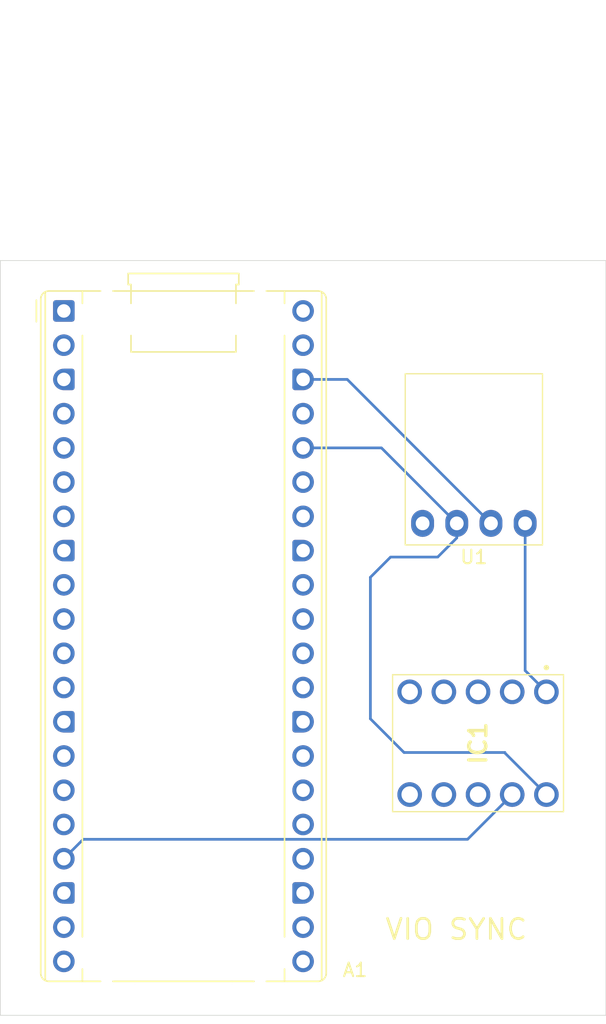
<source format=kicad_pcb>
(kicad_pcb (version 20241229) (generator "pcbnew") (generator_version "9.0")
  (layers (0 "F.Cu" signal) (2 "B.Cu" signal) (13 "F.Paste" user) (15 "B.Paste" user) (5 "F.SilkS" user "F.Silkscreen") (7 "B.SilkS" user "B.Silkscreen") (1 "F.Mask" user) (3 "B.Mask" user) (25 "Edge.Cuts" user))
  (net 0 "")
  (net 3 "Net-(U1-GND)")
  (net 12 "Net-(A1-3V3)")
  (net 28 "Net-(A1-GPIO13)")
  (net 42 "Net-(IC1-LV)")
  (footprint "Module:RaspberryPi_Pico_Common_THT" (layer "F.Cu") (at 50.72 50.24)
    (property "Reference" "A1" (at 20.6375 48.895 0) (layer "F.SilkS") (effects (justify left)))
    (property "Value" "RaspberryPi_Pico")
    (fp_line (start -2.04 0.8) (end -2.04 -0.8) (stroke (width 0.12)) (layer "F.SilkS"))
    (fp_line (start -1.72 -0.87) (end -1.72 49.13) (stroke (width 0.12)) (layer "F.SilkS"))
    (fp_line (start -1.38 -1.417) (end -1.38 49.677) (stroke (width 0.12)) (layer "F.SilkS"))
    (fp_line (start -1.11 -1.48) (end 1.38 -1.48) (stroke (width 0.12)) (layer "F.SilkS"))
    (fp_line (start -1.11 49.74) (end 2.727939 49.74) (stroke (width 0.12)) (layer "F.SilkS"))
    (fp_line (start 1.38 -1.48) (end 1.38 -0.56648) (stroke (width 0.12)) (layer "F.SilkS"))
    (fp_line (start 1.38 -1.48) (end 2.72794 -1.48) (stroke (width 0.12)) (layer "F.SilkS"))
    (fp_line (start 1.38 1.82648) (end 1.38 46.43352) (stroke (width 0.12)) (layer "F.SilkS"))
    (fp_line (start 1.38 48.82648) (end 1.38 49.74) (stroke (width 0.12)) (layer "F.SilkS"))
    (fp_line (start 3.652061 -1.48) (end 4.655 -1.48) (stroke (width 0.12)) (layer "F.SilkS"))
    (fp_line (start 4.655 -1.48) (end 13.125 -1.48) (stroke (width 0.12)) (layer "F.SilkS"))
    (fp_line (start 4.78 -2.78) (end 4.78 -1.96) (stroke (width 0.12)) (layer "F.SilkS"))
    (fp_line (start 4.78 -2.78) (end 13 -2.78) (stroke (width 0.12)) (layer "F.SilkS"))
    (fp_line (start 4.78 -1.96) (end 4.99 -1.96) (stroke (width 0.12)) (layer "F.SilkS"))
    (fp_line (start 4.99 -1.96) (end 4.99 -0.564) (stroke (width 0.12)) (layer "F.SilkS"))
    (fp_line (start 4.99 1.824) (end 4.99 3.04) (stroke (width 0.12)) (layer "F.SilkS"))
    (fp_line (start 5.29 49.74) (end 3.652061 49.74) (stroke (width 0.12)) (layer "F.SilkS"))
    (fp_line (start 12.49 49.74) (end 5.29 49.74) (stroke (width 0.12)) (layer "F.SilkS"))
    (fp_line (start 12.79 -1.96) (end 12.79 -0.564) (stroke (width 0.12)) (layer "F.SilkS"))
    (fp_line (start 12.79 1.824) (end 12.79 3.04) (stroke (width 0.12)) (layer "F.SilkS"))
    (fp_line (start 12.79 3.04) (end 4.99 3.04) (stroke (width 0.12)) (layer "F.SilkS"))
    (fp_line (start 13 -2.78) (end 13 -1.96) (stroke (width 0.12)) (layer "F.SilkS"))
    (fp_line (start 13 -1.96) (end 12.79 -1.96) (stroke (width 0.12)) (layer "F.SilkS"))
    (fp_line (start 13.125 -1.48) (end 14.127939 -1.48) (stroke (width 0.12)) (layer "F.SilkS"))
    (fp_line (start 14.127939 49.74) (end 12.49 49.74) (stroke (width 0.12)) (layer "F.SilkS"))
    (fp_line (start 15.052061 -1.48) (end 16.4 -1.48) (stroke (width 0.12)) (layer "F.SilkS"))
    (fp_line (start 15.052061 49.74) (end 18.89 49.74) (stroke (width 0.12)) (layer "F.SilkS"))
    (fp_line (start 16.4 -1.48) (end 16.4 -0.56648) (stroke (width 0.12)) (layer "F.SilkS"))
    (fp_line (start 16.4 1.82648) (end 16.4 46.43352) (stroke (width 0.12)) (layer "F.SilkS"))
    (fp_line (start 16.4 48.82648) (end 16.4 49.74) (stroke (width 0.12)) (layer "F.SilkS"))
    (fp_line (start 18.89 -1.48) (end 16.4 -1.48) (stroke (width 0.12)) (layer "F.SilkS"))
    (fp_line (start 19.16 49.677) (end 19.16 -1.417) (stroke (width 0.12)) (layer "F.SilkS"))
    (fp_line (start 19.5 -0.87) (end 19.5 49.13) (stroke (width 0.12)) (layer "F.SilkS"))
    (fp_arc (start -1.72 -0.87) (mid -1.541335 -1.301335) (end -1.11 -1.48) (stroke (width 0.12)) (layer "F.SilkS"))
    (fp_arc (start -1.11 49.74) (mid -1.541364 49.561364) (end -1.72 49.13) (stroke (width 0.12)) (layer "F.SilkS"))
    (fp_arc (start 18.89 -1.48) (mid 19.321335 -1.301335) (end 19.5 -0.87) (stroke (width 0.12)) (layer "F.SilkS"))
    (fp_arc (start 19.5 49.13) (mid 19.321335 49.561335) (end 18.89 49.74) (stroke (width 0.12)) (layer "F.SilkS"))
    (pad "1" thru_hole roundrect (at 0 0) (size 1.6 1.6) (drill 1) (layers "*.Cu" "*.Mask") (roundrect_rratio 0.125))
    (pad "2" thru_hole circle (at 0 2.54) (size 1.6 1.6) (drill 1) (layers "*.Cu" "*.Mask"))
    (pad "3" thru_hole custom (at 0 5.08) (size 1.6 1.6) (drill 1) (layers "*.Cu" "*.Mask") (net 3 "Net-(U1-GND)") (options (clearance outline) (anchor circle)) (primitives (gr_poly (pts (xy 0.8 0.6) (xy 0.8 -0.6) (xy 0.6 -0.8) (xy 0 -0.8) (xy 0 0.8) (xy 0.6 0.8)) (width 0) (fill yes)) (gr_circle (center 0.6 0.6) (end 0.8 0.6) (width 0) (fill yes)) (gr_circle (center 0.6 -0.6) (end 0.8 -0.6) (width 0) (fill yes))))
    (pad "4" thru_hole circle (at 0 7.62) (size 1.6 1.6) (drill 1) (layers "*.Cu" "*.Mask"))
    (pad "5" thru_hole circle (at 0 10.16) (size 1.6 1.6) (drill 1) (layers "*.Cu" "*.Mask"))
    (pad "6" thru_hole circle (at 0 12.7) (size 1.6 1.6) (drill 1) (layers "*.Cu" "*.Mask"))
    (pad "7" thru_hole circle (at 0 15.24) (size 1.6 1.6) (drill 1) (layers "*.Cu" "*.Mask"))
    (pad "8" thru_hole custom (at 0 17.78) (size 1.6 1.6) (drill 1) (layers "*.Cu" "*.Mask") (net 3 "Net-(U1-GND)") (options (clearance outline) (anchor circle)) (primitives (gr_poly (pts (xy 0.8 0.6) (xy 0.8 -0.6) (xy 0.6 -0.8) (xy 0 -0.8) (xy 0 0.8) (xy 0.6 0.8)) (width 0) (fill yes)) (gr_circle (center 0.6 0.6) (end 0.8 0.6) (width 0) (fill yes)) (gr_circle (center 0.6 -0.6) (end 0.8 -0.6) (width 0) (fill yes))))
    (pad "9" thru_hole circle (at 0 20.32) (size 1.6 1.6) (drill 1) (layers "*.Cu" "*.Mask"))
    (pad "10" thru_hole circle (at 0 22.86) (size 1.6 1.6) (drill 1) (layers "*.Cu" "*.Mask"))
    (pad "11" thru_hole circle (at 0 25.4) (size 1.6 1.6) (drill 1) (layers "*.Cu" "*.Mask"))
    (pad "12" thru_hole circle (at 0 27.94) (size 1.6 1.6) (drill 1) (layers "*.Cu" "*.Mask"))
    (pad "13" thru_hole custom (at 0 30.48) (size 1.6 1.6) (drill 1) (layers "*.Cu" "*.Mask") (net 3 "Net-(U1-GND)") (options (clearance outline) (anchor circle)) (primitives (gr_poly (pts (xy 0.8 0.6) (xy 0.8 -0.6) (xy 0.6 -0.8) (xy 0 -0.8) (xy 0 0.8) (xy 0.6 0.8)) (width 0) (fill yes)) (gr_circle (center 0.6 0.6) (end 0.8 0.6) (width 0) (fill yes)) (gr_circle (center 0.6 -0.6) (end 0.8 -0.6) (width 0) (fill yes))))
    (pad "14" thru_hole circle (at 0 33.02) (size 1.6 1.6) (drill 1) (layers "*.Cu" "*.Mask"))
    (pad "15" thru_hole circle (at 0 35.56) (size 1.6 1.6) (drill 1) (layers "*.Cu" "*.Mask"))
    (pad "16" thru_hole circle (at 0 38.1) (size 1.6 1.6) (drill 1) (layers "*.Cu" "*.Mask"))
    (pad "17" thru_hole circle (at 0 40.64) (size 1.6 1.6) (drill 1) (layers "*.Cu" "*.Mask") (net 28 "Net-(A1-GPIO13)"))
    (pad "18" thru_hole custom (at 0 43.18) (size 1.6 1.6) (drill 1) (layers "*.Cu" "*.Mask") (net 3 "Net-(U1-GND)") (options (clearance outline) (anchor circle)) (primitives (gr_poly (pts (xy 0.8 0.6) (xy 0.8 -0.6) (xy 0.6 -0.8) (xy 0 -0.8) (xy 0 0.8) (xy 0.6 0.8)) (width 0) (fill yes)) (gr_circle (center 0.6 0.6) (end 0.8 0.6) (width 0) (fill yes)) (gr_circle (center 0.6 -0.6) (end 0.8 -0.6) (width 0) (fill yes))))
    (pad "19" thru_hole circle (at 0 45.72) (size 1.6 1.6) (drill 1) (layers "*.Cu" "*.Mask"))
    (pad "20" thru_hole circle (at 0 48.26) (size 1.6 1.6) (drill 1) (layers "*.Cu" "*.Mask"))
    (pad "21" thru_hole circle (at 17.78 48.26) (size 1.6 1.6) (drill 1) (layers "*.Cu" "*.Mask"))
    (pad "22" thru_hole circle (at 17.78 45.72) (size 1.6 1.6) (drill 1) (layers "*.Cu" "*.Mask"))
    (pad "23" thru_hole custom (at 17.78 43.18) (size 1.6 1.6) (drill 1) (layers "*.Cu" "*.Mask") (net 3 "Net-(U1-GND)") (options (clearance outline) (anchor circle)) (primitives (gr_poly (pts (xy -0.8 0.6) (xy -0.8 -0.6) (xy -0.6 -0.8) (xy 0 -0.8) (xy 0 0.8) (xy -0.6 0.8)) (width 0) (fill yes)) (gr_circle (center -0.6 0.6) (end -0.4 0.6) (width 0) (fill yes)) (gr_circle (center -0.6 -0.6) (end -0.4 -0.6) (width 0) (fill yes))))
    (pad "24" thru_hole circle (at 17.78 40.64) (size 1.6 1.6) (drill 1) (layers "*.Cu" "*.Mask"))
    (pad "25" thru_hole circle (at 17.78 38.1) (size 1.6 1.6) (drill 1) (layers "*.Cu" "*.Mask"))
    (pad "26" thru_hole circle (at 17.78 35.56) (size 1.6 1.6) (drill 1) (layers "*.Cu" "*.Mask"))
    (pad "27" thru_hole circle (at 17.78 33.02) (size 1.6 1.6) (drill 1) (layers "*.Cu" "*.Mask"))
    (pad "28" thru_hole custom (at 17.78 30.48) (size 1.6 1.6) (drill 1) (layers "*.Cu" "*.Mask") (net 3 "Net-(U1-GND)") (options (clearance outline) (anchor circle)) (primitives (gr_poly (pts (xy -0.8 0.6) (xy -0.8 -0.6) (xy -0.6 -0.8) (xy 0 -0.8) (xy 0 0.8) (xy -0.6 0.8)) (width 0) (fill yes)) (gr_circle (center -0.6 0.6) (end -0.4 0.6) (width 0) (fill yes)) (gr_circle (center -0.6 -0.6) (end -0.4 -0.6) (width 0) (fill yes))))
    (pad "29" thru_hole circle (at 17.78 27.94) (size 1.6 1.6) (drill 1) (layers "*.Cu" "*.Mask"))
    (pad "30" thru_hole circle (at 17.78 25.4) (size 1.6 1.6) (drill 1) (layers "*.Cu" "*.Mask"))
    (pad "31" thru_hole circle (at 17.78 22.86) (size 1.6 1.6) (drill 1) (layers "*.Cu" "*.Mask"))
    (pad "32" thru_hole circle (at 17.78 20.32) (size 1.6 1.6) (drill 1) (layers "*.Cu" "*.Mask"))
    (pad "33" thru_hole custom (at 17.78 17.78) (size 1.6 1.6) (drill 1) (layers "*.Cu" "*.Mask") (options (clearance outline) (anchor circle)) (primitives (gr_poly (pts (xy -0.8 0.6) (xy -0.8 -0.6) (xy -0.6 -0.8) (xy 0 -0.8) (xy 0 0.8) (xy -0.6 0.8)) (width 0) (fill yes)) (gr_circle (center -0.6 0.6) (end -0.4 0.6) (width 0) (fill yes)) (gr_circle (center -0.6 -0.6) (end -0.4 -0.6) (width 0) (fill yes))))
    (pad "34" thru_hole circle (at 17.78 15.24) (size 1.6 1.6) (drill 1) (layers "*.Cu" "*.Mask"))
    (pad "35" thru_hole circle (at 17.78 12.7) (size 1.6 1.6) (drill 1) (layers "*.Cu" "*.Mask"))
    (pad "36" thru_hole circle (at 17.78 10.16) (size 1.6 1.6) (drill 1) (layers "*.Cu" "*.Mask") (net 12 "Net-(A1-3V3)"))
    (pad "37" thru_hole circle (at 17.78 7.62) (size 1.6 1.6) (drill 1) (layers "*.Cu" "*.Mask"))
    (pad "38" thru_hole custom (at 17.78 5.08) (size 1.6 1.6) (drill 1) (layers "*.Cu" "*.Mask") (net 3 "Net-(U1-GND)") (options (clearance outline) (anchor circle)) (primitives (gr_poly (pts (xy -0.8 0.6) (xy -0.8 -0.6) (xy -0.6 -0.8) (xy 0 -0.8) (xy 0 0.8) (xy -0.6 0.8)) (width 0) (fill yes)) (gr_circle (center -0.6 0.6) (end -0.4 0.6) (width 0) (fill yes)) (gr_circle (center -0.6 -0.6) (end -0.4 -0.6) (width 0) (fill yes))))
    (pad "39" thru_hole circle (at 17.78 2.54) (size 1.6 1.6) (drill 1) (layers "*.Cu" "*.Mask"))
    (pad "40" thru_hole circle (at 17.78 0) (size 1.6 1.6) (drill 1) (layers "*.Cu" "*.Mask"))
  )
  (footprint "pololu_2840:D24V5F1" (layer "F.Cu") (at 81.19 66)
    (property "Reference" "U1" (at 0 2.5 0) (layer "F.SilkS"))
    (property "Value" "Pololu D24V5F1")
    (fp_rect (start -5.1 -11.1) (end 5.1 1.6) (stroke (width 0.1)) (fill no) (layer "F.SilkS"))
    (pad "1" thru_hole oval (at -3.81 0) (size 1.7 2) (drill 1.02) (layers "*.Cu" "*.Mask"))
    (pad "2" thru_hole oval (at -1.27 0) (size 1.7 2) (drill 1.02) (layers "*.Cu" "*.Mask") (net 12 "Net-(A1-3V3)"))
    (pad "3" thru_hole oval (at 1.27 0) (size 1.7 2) (drill 1.02) (layers "*.Cu" "*.Mask") (net 3 "Net-(U1-GND)"))
    (pad "4" thru_hole oval (at 3.81 0) (size 1.7 2) (drill 1.02) (layers "*.Cu" "*.Mask") (net 42 "Net-(IC1-LV)"))
  )
  (footprint "pololu_2595:2595" (layer "F.Cu") (at 86.58 78.5 -90)
    (property "Reference" "IC1" (at 3.81 5.08 90) (layer "F.SilkS") (effects (font (size 1.27 1.27) (thickness 0.254))))
    (property "Value" "Pololu 2595" (hide yes))
    (fp_line (start -1.27 11.43) (end -1.27 -1.27) (stroke (width 0.1)) (layer "F.SilkS"))
    (fp_line (start 8.89 11.43) (end -1.27 11.43) (stroke (width 0.1)) (layer "F.SilkS"))
    (fp_line (start -1.8 0.1) (end -1.8 0.1) (stroke (width 0.2)) (layer "F.SilkS"))
    (fp_line (start -1.8 -0.1) (end -1.8 -0.1) (stroke (width 0.2)) (layer "F.SilkS"))
    (fp_line (start -1.27 -1.27) (end 8.89 -1.27) (stroke (width 0.1)) (layer "F.SilkS"))
    (fp_line (start 8.89 -1.27) (end 8.89 11.43) (stroke (width 0.1)) (layer "F.SilkS"))
    (fp_arc (start -1.8 0.1) (mid -1.9 0) (end -1.8 -0.1) (stroke (width 0.2)) (layer "F.SilkS"))
    (fp_arc (start -1.8 -0.1) (mid -1.7 0) (end -1.8 0.1) (stroke (width 0.2)) (layer "F.SilkS"))
    (pad "1" thru_hole circle (at 0 0 270) (size 1.83 1.83) (drill 1.22) (layers "*.Cu" "*.Mask") (net 42 "Net-(IC1-LV)"))
    (pad "2" thru_hole circle (at 0 2.54 270) (size 1.83 1.83) (drill 1.22) (layers "*.Cu" "*.Mask"))
    (pad "3" thru_hole circle (at 0 5.08 270) (size 1.83 1.83) (drill 1.22) (layers "*.Cu" "*.Mask"))
    (pad "4" thru_hole circle (at 0 7.62 270) (size 1.83 1.83) (drill 1.22) (layers "*.Cu" "*.Mask"))
    (pad "5" thru_hole circle (at 0 10.16 270) (size 1.83 1.83) (drill 1.22) (layers "*.Cu" "*.Mask"))
    (pad "6" thru_hole circle (at 7.62 0 270) (size 1.83 1.83) (drill 1.22) (layers "*.Cu" "*.Mask") (net 12 "Net-(A1-3V3)"))
    (pad "7" thru_hole circle (at 7.62 2.54 270) (size 1.83 1.83) (drill 1.22) (layers "*.Cu" "*.Mask") (net 28 "Net-(A1-GPIO13)"))
    (pad "8" thru_hole circle (at 7.62 5.08 270) (size 1.83 1.83) (drill 1.22) (layers "*.Cu" "*.Mask"))
    (pad "9" thru_hole circle (at 7.62 7.62 270) (size 1.83 1.83) (drill 1.22) (layers "*.Cu" "*.Mask"))
    (pad "10" thru_hole circle (at 7.62 10.16 270) (size 1.83 1.83) (drill 1.22) (layers "*.Cu" "*.Mask"))
  )
  (gr_rect (start 46 46.5) (end 91 102.5) (stroke (width 0.05)) (fill no) (layer "Edge.Cuts"))
  (gr_text "VIO SYNC" (at 74.5 97 0) (layer "F.SilkS") (effects (font (size 1.5 1.5) (thickness 0.2) (bold yes)) (justify left bottom)))
  (segment (start 71.78 55.32) (end 68.5 55.32) (width 0.2) (layer "B.Cu") (net 3))
  (segment (start 82.46 66) (end 71.78 55.32) (width 0.2) (layer "B.Cu") (net 3))
  (segment (start 86.58 86.12) (end 83.5 83.04) (width 0.2) (layer "B.Cu") (net 12))
  (segment (start 74.32 60.4) (end 68.5 60.4) (width 0.2) (layer "B.Cu") (net 12))
  (segment (start 75 68.5) (end 78.5 68.5) (width 0.2) (layer "B.Cu") (net 12))
  (segment (start 83.5 83) (end 76 83) (width 0.2) (layer "B.Cu") (net 12))
  (segment (start 73.5 80.5) (end 73.5 70) (width 0.2) (layer "B.Cu") (net 12))
  (segment (start 79.92 66) (end 74.32 60.4) (width 0.2) (layer "B.Cu") (net 12))
  (segment (start 79.92 67.08) (end 79.92 66) (width 0.2) (layer "B.Cu") (net 12))
  (segment (start 78.5 68.5) (end 79.92 67.08) (width 0.2) (layer "B.Cu") (net 12))
  (segment (start 73.5 70) (end 75 68.5) (width 0.2) (layer "B.Cu") (net 12))
  (segment (start 76 83) (end 73.5 80.5) (width 0.2) (layer "B.Cu") (net 12))
  (segment (start 83.5 83.04) (end 83.5 83) (width 0.2) (layer "B.Cu") (net 12))
  (segment (start 50.72 90.88) (end 52.159 89.441) (width 0.2) (layer "B.Cu") (net 28))
  (segment (start 80.719 89.441) (end 84.04 86.12) (width 0.2) (layer "B.Cu") (net 28))
  (segment (start 52.159 89.441) (end 80.719 89.441) (width 0.2) (layer "B.Cu") (net 28))
  (segment (start 85 66) (end 85 76.92) (width 0.2) (layer "B.Cu") (net 42))
  (segment (start 85 76.92) (end 86.58 78.5) (width 0.2) (layer "B.Cu") (net 42))
)
</source>
